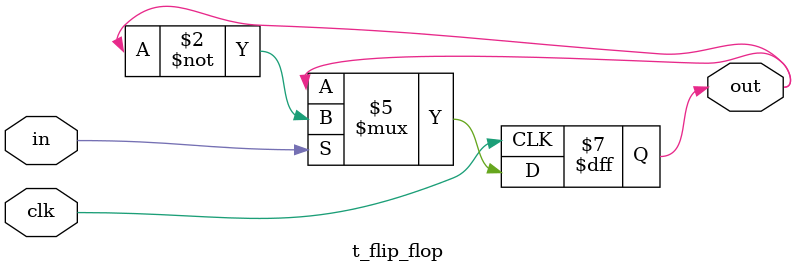
<source format=v>

`timescale 1ns / 1ps

module async_up_counter(input clk,output [3:0] q);

t_flip_flop t1(clk,1'b1,q[0]);
t_flip_flop t2(q[0],1'b1,q[1]);
t_flip_flop t3(q[1],1'b1,q[2]);
t_flip_flop t4(q[2],1'b1,q[3]);
endmodule

module t_flip_flop(input clk,in,output reg out);
initial out=0;
always @(negedge clk) begin
if(in)
    out<=~out; 
else
    out<=out;
end
endmodule

</source>
